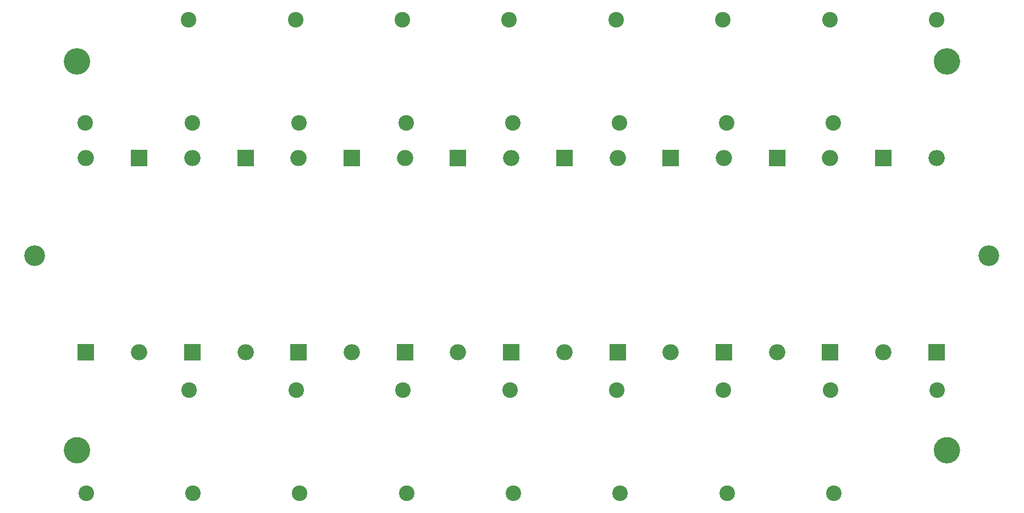
<source format=gbr>
%TF.GenerationSoftware,KiCad,Pcbnew,8.0.3*%
%TF.CreationDate,2025-04-22T09:56:44+02:00*%
%TF.ProjectId,cascade,63617363-6164-4652-9e6b-696361645f70,rev?*%
%TF.SameCoordinates,Original*%
%TF.FileFunction,Soldermask,Bot*%
%TF.FilePolarity,Negative*%
%FSLAX46Y46*%
G04 Gerber Fmt 4.6, Leading zero omitted, Abs format (unit mm)*
G04 Created by KiCad (PCBNEW 8.0.3) date 2025-04-22 09:56:44*
%MOMM*%
%LPD*%
G01*
G04 APERTURE LIST*
%ADD10C,2.050000*%
%ADD11R,2.500000X2.500000*%
%ADD12O,2.500000X2.500000*%
%ADD13C,2.400000*%
%ADD14C,3.200000*%
G04 APERTURE END LIST*
D10*
X188025000Y-50000000D02*
G75*
G02*
X185975000Y-50000000I-1025000J0D01*
G01*
X185975000Y-50000000D02*
G75*
G02*
X188025000Y-50000000I1025000J0D01*
G01*
X54025000Y-110000000D02*
G75*
G02*
X51975000Y-110000000I-1025000J0D01*
G01*
X51975000Y-110000000D02*
G75*
G02*
X54025000Y-110000000I1025000J0D01*
G01*
X188025000Y-110000000D02*
G75*
G02*
X185975000Y-110000000I-1025000J0D01*
G01*
X185975000Y-110000000D02*
G75*
G02*
X188025000Y-110000000I1025000J0D01*
G01*
X54025000Y-50000000D02*
G75*
G02*
X51975000Y-50000000I-1025000J0D01*
G01*
X51975000Y-50000000D02*
G75*
G02*
X54025000Y-50000000I1025000J0D01*
G01*
D11*
%TO.C,D16*%
X177222208Y-64899998D03*
D12*
X177222208Y-94899997D03*
%TD*%
D13*
%TO.C,C7*%
X103771426Y-116600000D03*
X119681329Y-100690097D03*
%TD*%
%TO.C,C10*%
X120128568Y-59500000D03*
X136038471Y-43590097D03*
%TD*%
D11*
%TO.C,D12*%
X144466656Y-64899998D03*
D12*
X144466656Y-94899997D03*
%TD*%
D13*
%TO.C,C4*%
X70757142Y-59500000D03*
X86667045Y-43590097D03*
%TD*%
%TO.C,C9*%
X120228568Y-116600000D03*
X136138471Y-100690097D03*
%TD*%
%TO.C,C3*%
X70857142Y-116600000D03*
X86767045Y-100690097D03*
%TD*%
%TO.C,C6*%
X87214284Y-59500000D03*
X103124187Y-43590097D03*
%TD*%
D11*
%TO.C,D1*%
X54388888Y-94899999D03*
D12*
X54388888Y-64900000D03*
%TD*%
D11*
%TO.C,D13*%
X152655544Y-94899999D03*
D12*
X152655544Y-64900000D03*
%TD*%
D11*
%TO.C,D15*%
X169033320Y-94899999D03*
D12*
X169033320Y-64900000D03*
%TD*%
D13*
%TO.C,C5*%
X87314284Y-116600000D03*
X103224187Y-100690097D03*
%TD*%
D14*
%TO.C,REF\u002A\u002A*%
X46500000Y-80000000D03*
%TD*%
D13*
%TO.C,C2*%
X54300000Y-59500000D03*
X70209903Y-43590097D03*
%TD*%
D11*
%TO.C,D4*%
X78955552Y-64899998D03*
D12*
X78955552Y-94899997D03*
%TD*%
D13*
%TO.C,C1*%
X54400000Y-116600000D03*
X70309903Y-100690097D03*
%TD*%
%TO.C,C13*%
X153142852Y-116600000D03*
X169052755Y-100690097D03*
%TD*%
D11*
%TO.C,D5*%
X87144440Y-94899999D03*
D12*
X87144440Y-64900000D03*
%TD*%
D11*
%TO.C,D3*%
X70766664Y-94899999D03*
D12*
X70766664Y-64900000D03*
%TD*%
D13*
%TO.C,C12*%
X136585710Y-59500000D03*
X152495613Y-43590097D03*
%TD*%
%TO.C,C8*%
X103671426Y-59500000D03*
X119581329Y-43590097D03*
%TD*%
D11*
%TO.C,D14*%
X160844432Y-64899998D03*
D12*
X160844432Y-94899997D03*
%TD*%
D13*
%TO.C,C15*%
X169599994Y-116600000D03*
X185509897Y-100690097D03*
%TD*%
D11*
%TO.C,D8*%
X111711104Y-64899998D03*
D12*
X111711104Y-94899997D03*
%TD*%
D11*
%TO.C,D7*%
X103522216Y-94899999D03*
D12*
X103522216Y-64900000D03*
%TD*%
D13*
%TO.C,C11*%
X136685710Y-116600000D03*
X152595613Y-100690097D03*
%TD*%
D14*
%TO.C,REF\u002A\u002A*%
X193500000Y-80000000D03*
%TD*%
D11*
%TO.C,D9*%
X119899992Y-94899999D03*
D12*
X119899992Y-64900000D03*
%TD*%
D11*
%TO.C,D2*%
X62577776Y-64899998D03*
D12*
X62577776Y-94899997D03*
%TD*%
D13*
%TO.C,C14*%
X153042852Y-59500000D03*
X168952755Y-43590097D03*
%TD*%
D11*
%TO.C,D6*%
X95333328Y-64899998D03*
D12*
X95333328Y-94899997D03*
%TD*%
D11*
%TO.C,D11*%
X136277768Y-94899999D03*
D12*
X136277768Y-64900000D03*
%TD*%
D11*
%TO.C,D10*%
X128088880Y-64899998D03*
D12*
X128088880Y-94899997D03*
%TD*%
D13*
%TO.C,C16*%
X169499994Y-59500000D03*
X185409897Y-43590097D03*
%TD*%
D11*
%TO.C,D17*%
X185411096Y-94899999D03*
D12*
X185411096Y-64900000D03*
%TD*%
M02*

</source>
